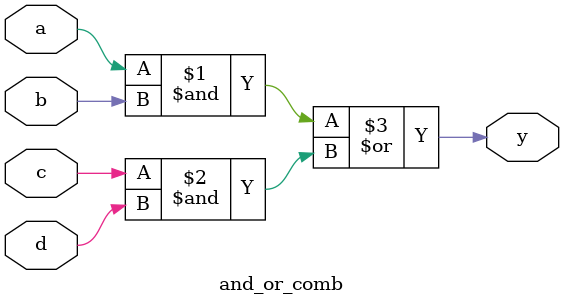
<source format=sv>
module and_or_comb(
    output y,
    input a,
    input b,
    input c,
    input d
);
    assign y = (a & b) | (c & d);  // AND-OR combination
endmodule

</source>
